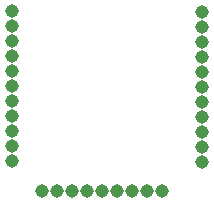
<source format=gbr>
G04 EAGLE Gerber RS-274X export*
G75*
%MOMM*%
%FSLAX34Y34*%
%LPD*%
%INSoldermask Bottom*%
%IPPOS*%
%AMOC8*
5,1,8,0,0,1.08239X$1,22.5*%
G01*
%ADD10C,1.143000*%


D10*
X77994Y127D03*
X65294Y127D03*
X52594Y127D03*
X39894Y127D03*
X27194Y127D03*
X90694Y127D03*
X103394Y127D03*
X116094Y127D03*
X128794Y127D03*
X1635Y102034D03*
X1635Y89334D03*
X1635Y114734D03*
X1635Y76634D03*
X1635Y127434D03*
X1635Y63934D03*
X1635Y140134D03*
X1635Y51234D03*
X1635Y152834D03*
X1635Y38534D03*
X1635Y25834D03*
X162560Y101600D03*
X162560Y88900D03*
X162560Y114300D03*
X162560Y76200D03*
X162560Y127000D03*
X162560Y63500D03*
X162560Y139700D03*
X162560Y50800D03*
X162560Y152400D03*
X162560Y38100D03*
X162560Y25400D03*
M02*

</source>
